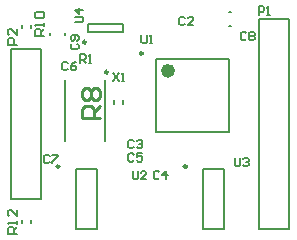
<source format=gto>
G04 Layer_Color=65535*
%FSLAX25Y25*%
%MOIN*%
G70*
G01*
G75*
%ADD21C,0.01000*%
%ADD37C,0.00984*%
%ADD38C,0.02362*%
%ADD39C,0.00787*%
%ADD40C,0.00500*%
D21*
X-57823Y32152D02*
X-63821D01*
Y35151D01*
X-62822Y36150D01*
X-60822D01*
X-59823Y35151D01*
Y32152D01*
Y34151D02*
X-57823Y36150D01*
X-62822Y38150D02*
X-63821Y39149D01*
Y41149D01*
X-62822Y42148D01*
X-61822D01*
X-60822Y41149D01*
X-59823Y42148D01*
X-58823D01*
X-57823Y41149D01*
Y39149D01*
X-58823Y38150D01*
X-59823D01*
X-60822Y39149D01*
X-61822Y38150D01*
X-62822D01*
X-60822Y39149D02*
Y41149D01*
D37*
X-62594Y57276D02*
G03*
X-62594Y57276I-492J0D01*
G01*
X-43634Y53575D02*
G03*
X-43634Y53575I-492J0D01*
G01*
X-55224Y47295D02*
G03*
X-55224Y47295I-492J0D01*
G01*
X-71457Y15846D02*
G03*
X-71457Y15846I-492J0D01*
G01*
X-28957D02*
G03*
X-28957Y15846I-492J0D01*
G01*
D38*
X-34087Y47768D02*
G03*
X-34087Y47768I-1181J0D01*
G01*
D39*
X-50197Y36811D02*
Y37992D01*
X-53150Y36811D02*
Y37992D01*
X-87500Y5000D02*
X-77500D01*
X-87500D02*
Y55000D01*
X-77500Y5000D02*
Y55000D01*
X-87500D02*
X-77500D01*
X-61905Y63181D02*
X-50094D01*
X-61905Y60819D02*
X-50094D01*
Y63181D01*
X-61905Y60819D02*
Y63181D01*
X-69539Y59606D02*
Y60394D01*
X-74461Y59606D02*
Y60394D01*
X-14894Y67461D02*
X-14106D01*
X-14894Y62539D02*
X-14106D01*
X-5000Y-5000D02*
Y65000D01*
Y-5000D02*
X5000D01*
Y65000D01*
X-5000D02*
X5000D01*
X-39205Y27295D02*
Y51705D01*
X-14796Y27295D02*
Y51705D01*
X-39205D02*
X-14796D01*
X-39205Y27295D02*
X-14796D01*
X-69693Y24264D02*
Y44736D01*
X-56307Y24264D02*
Y44736D01*
X-66043Y-4843D02*
X-58957D01*
X-66043Y14842D02*
X-58957D01*
Y-4843D02*
Y14842D01*
X-66043Y-4843D02*
Y14842D01*
X-23543Y-4843D02*
Y14842D01*
X-16457Y-4843D02*
Y14842D01*
X-23543D02*
X-16457D01*
X-23543Y-4843D02*
X-16457D01*
X-81024Y61910D02*
Y63090D01*
X-83976Y61910D02*
Y63090D01*
X-81024Y-3091D02*
Y-1909D01*
X-83976Y-3091D02*
Y-1909D01*
D40*
X-85500Y56500D02*
X-88649D01*
Y58074D01*
X-88124Y58599D01*
X-87074D01*
X-86550Y58074D01*
Y56500D01*
X-85500Y61748D02*
Y59649D01*
X-87599Y61748D01*
X-88124D01*
X-88649Y61223D01*
Y60173D01*
X-88124Y59649D01*
X-66255Y64000D02*
X-63959D01*
X-63500Y64459D01*
Y65377D01*
X-63959Y65837D01*
X-66255D01*
X-63500Y68133D02*
X-66255D01*
X-64877Y66755D01*
Y68592D01*
X-67296Y56837D02*
X-67755Y56378D01*
Y55459D01*
X-67296Y55000D01*
X-65459D01*
X-65000Y55459D01*
Y56378D01*
X-65459Y56837D01*
Y57755D02*
X-65000Y58214D01*
Y59132D01*
X-65459Y59592D01*
X-67296D01*
X-67755Y59132D01*
Y58214D01*
X-67296Y57755D01*
X-66837D01*
X-66378Y58214D01*
Y59592D01*
X-9163Y60296D02*
X-9623Y60755D01*
X-10541D01*
X-11000Y60296D01*
Y58459D01*
X-10541Y58000D01*
X-9623D01*
X-9163Y58459D01*
X-8245Y60296D02*
X-7786Y60755D01*
X-6867D01*
X-6408Y60296D01*
Y59837D01*
X-6867Y59377D01*
X-6408Y58918D01*
Y58459D01*
X-6867Y58000D01*
X-7786D01*
X-8245Y58459D01*
Y58918D01*
X-7786Y59377D01*
X-8245Y59837D01*
Y60296D01*
X-7786Y59377D02*
X-6867D01*
X-5000Y66500D02*
Y69255D01*
X-3622D01*
X-3163Y68796D01*
Y67878D01*
X-3622Y67418D01*
X-5000D01*
X-2245Y66500D02*
X-1327D01*
X-1786D01*
Y69255D01*
X-2245Y68796D01*
X-44126Y59755D02*
Y57459D01*
X-43667Y57000D01*
X-42749D01*
X-42290Y57459D01*
Y59755D01*
X-41371Y57000D02*
X-40453D01*
X-40912D01*
Y59755D01*
X-41371Y59296D01*
X-53500Y46979D02*
X-51663Y44224D01*
Y46979D02*
X-53500Y44224D01*
X-50745D02*
X-49827D01*
X-50286D01*
Y46979D01*
X-50745Y46520D01*
X-64500Y50500D02*
Y53255D01*
X-63122D01*
X-62663Y52796D01*
Y51877D01*
X-63122Y51418D01*
X-64500D01*
X-63582D02*
X-62663Y50500D01*
X-61745D02*
X-60827D01*
X-61286D01*
Y53255D01*
X-61745Y52796D01*
X-74754Y19343D02*
X-75213Y19802D01*
X-76131D01*
X-76591Y19343D01*
Y17506D01*
X-76131Y17047D01*
X-75213D01*
X-74754Y17506D01*
X-73835Y19802D02*
X-71999D01*
Y19343D01*
X-73835Y17506D01*
Y17047D01*
X-68663Y50296D02*
X-69122Y50755D01*
X-70041D01*
X-70500Y50296D01*
Y48459D01*
X-70041Y48000D01*
X-69122D01*
X-68663Y48459D01*
X-65908Y50755D02*
X-66827Y50296D01*
X-67745Y49378D01*
Y48459D01*
X-67286Y48000D01*
X-66368D01*
X-65908Y48459D01*
Y48918D01*
X-66368Y49378D01*
X-67745D01*
X-46663Y19796D02*
X-47122Y20255D01*
X-48041D01*
X-48500Y19796D01*
Y17959D01*
X-48041Y17500D01*
X-47122D01*
X-46663Y17959D01*
X-43908Y20255D02*
X-45745D01*
Y18878D01*
X-44827Y19337D01*
X-44368D01*
X-43908Y18878D01*
Y17959D01*
X-44368Y17500D01*
X-45286D01*
X-45745Y17959D01*
X-38100Y13953D02*
X-38559Y14412D01*
X-39478D01*
X-39937Y13953D01*
Y12117D01*
X-39478Y11658D01*
X-38559D01*
X-38100Y12117D01*
X-35805Y11658D02*
Y14412D01*
X-37182Y13035D01*
X-35345D01*
X-46663Y24296D02*
X-47122Y24755D01*
X-48041D01*
X-48500Y24296D01*
Y22459D01*
X-48041Y22000D01*
X-47122D01*
X-46663Y22459D01*
X-45745Y24296D02*
X-45286Y24755D01*
X-44368D01*
X-43908Y24296D01*
Y23837D01*
X-44368Y23378D01*
X-44827D01*
X-44368D01*
X-43908Y22918D01*
Y22459D01*
X-44368Y22000D01*
X-45286D01*
X-45745Y22459D01*
X-29664Y65296D02*
X-30123Y65755D01*
X-31041D01*
X-31500Y65296D01*
Y63459D01*
X-31041Y63000D01*
X-30123D01*
X-29664Y63459D01*
X-26909Y63000D02*
X-28745D01*
X-26909Y64837D01*
Y65296D01*
X-27368Y65755D01*
X-28286D01*
X-28745Y65296D01*
X-47063Y14287D02*
Y11991D01*
X-46604Y11531D01*
X-45685D01*
X-45226Y11991D01*
Y14287D01*
X-42471Y11531D02*
X-44308D01*
X-42471Y13368D01*
Y13827D01*
X-42930Y14287D01*
X-43849D01*
X-44308Y13827D01*
X-13000Y18755D02*
Y16459D01*
X-12541Y16000D01*
X-11622D01*
X-11163Y16459D01*
Y18755D01*
X-10245Y18296D02*
X-9786Y18755D01*
X-8867D01*
X-8408Y18296D01*
Y17837D01*
X-8867Y17378D01*
X-9327D01*
X-8867D01*
X-8408Y16918D01*
Y16459D01*
X-8867Y16000D01*
X-9786D01*
X-10245Y16459D01*
X-76500Y59500D02*
X-79649D01*
Y61074D01*
X-79124Y61599D01*
X-78074D01*
X-77549Y61074D01*
Y59500D01*
Y60549D02*
X-76500Y61599D01*
Y62649D02*
Y63698D01*
Y63173D01*
X-79649D01*
X-79124Y62649D01*
Y65272D02*
X-79649Y65797D01*
Y66847D01*
X-79124Y67371D01*
X-77025D01*
X-76500Y66847D01*
Y65797D01*
X-77025Y65272D01*
X-79124D01*
X-85500Y-6500D02*
X-88649D01*
Y-4926D01*
X-88124Y-4401D01*
X-87074D01*
X-86550Y-4926D01*
Y-6500D01*
Y-5451D02*
X-85500Y-4401D01*
Y-3351D02*
Y-2302D01*
Y-2827D01*
X-88649D01*
X-88124Y-3351D01*
X-85500Y1371D02*
Y-728D01*
X-87599Y1371D01*
X-88124D01*
X-88649Y847D01*
Y-203D01*
X-88124Y-728D01*
M02*

</source>
